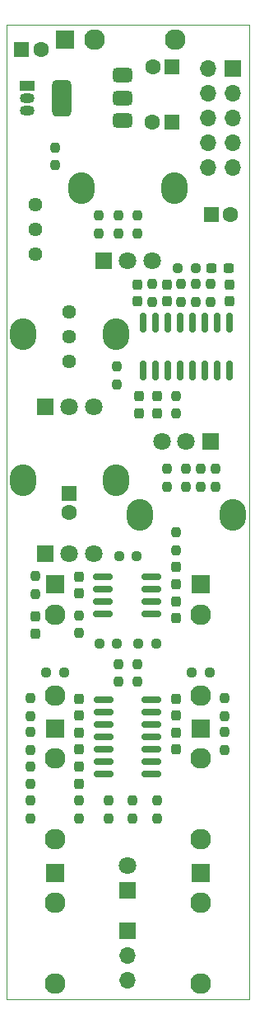
<source format=gbr>
%TF.GenerationSoftware,KiCad,Pcbnew,8.0.0*%
%TF.CreationDate,2024-08-08T14:00:08-07:00*%
%TF.ProjectId,vco,76636f2e-6b69-4636-9164-5f7063625858,rev?*%
%TF.SameCoordinates,Original*%
%TF.FileFunction,Soldermask,Bot*%
%TF.FilePolarity,Negative*%
%FSLAX46Y46*%
G04 Gerber Fmt 4.6, Leading zero omitted, Abs format (unit mm)*
G04 Created by KiCad (PCBNEW 8.0.0) date 2024-08-08 14:00:08*
%MOMM*%
%LPD*%
G01*
G04 APERTURE LIST*
G04 Aperture macros list*
%AMRoundRect*
0 Rectangle with rounded corners*
0 $1 Rounding radius*
0 $2 $3 $4 $5 $6 $7 $8 $9 X,Y pos of 4 corners*
0 Add a 4 corners polygon primitive as box body*
4,1,4,$2,$3,$4,$5,$6,$7,$8,$9,$2,$3,0*
0 Add four circle primitives for the rounded corners*
1,1,$1+$1,$2,$3*
1,1,$1+$1,$4,$5*
1,1,$1+$1,$6,$7*
1,1,$1+$1,$8,$9*
0 Add four rect primitives between the rounded corners*
20,1,$1+$1,$2,$3,$4,$5,0*
20,1,$1+$1,$4,$5,$6,$7,0*
20,1,$1+$1,$6,$7,$8,$9,0*
20,1,$1+$1,$8,$9,$2,$3,0*%
G04 Aperture macros list end*
%ADD10RoundRect,0.237500X-0.237500X0.300000X-0.237500X-0.300000X0.237500X-0.300000X0.237500X0.300000X0*%
%ADD11R,1.600000X1.600000*%
%ADD12C,1.600000*%
%ADD13RoundRect,0.237500X0.237500X-0.300000X0.237500X0.300000X-0.237500X0.300000X-0.237500X-0.300000X0*%
%ADD14RoundRect,0.237500X-0.300000X-0.237500X0.300000X-0.237500X0.300000X0.237500X-0.300000X0.237500X0*%
%ADD15RoundRect,0.150000X-0.825000X-0.150000X0.825000X-0.150000X0.825000X0.150000X-0.825000X0.150000X0*%
%ADD16O,2.720000X3.240000*%
%ADD17R,1.800000X1.800000*%
%ADD18C,1.800000*%
%ADD19C,1.440000*%
%ADD20R,1.500000X1.050000*%
%ADD21O,1.500000X1.050000*%
%ADD22RoundRect,0.375000X0.625000X0.375000X-0.625000X0.375000X-0.625000X-0.375000X0.625000X-0.375000X0*%
%ADD23RoundRect,0.500000X0.500000X1.400000X-0.500000X1.400000X-0.500000X-1.400000X0.500000X-1.400000X0*%
%ADD24RoundRect,0.150000X0.825000X0.150000X-0.825000X0.150000X-0.825000X-0.150000X0.825000X-0.150000X0*%
%ADD25RoundRect,0.150000X0.150000X-0.825000X0.150000X0.825000X-0.150000X0.825000X-0.150000X-0.825000X0*%
%ADD26RoundRect,0.237500X-0.237500X0.250000X-0.237500X-0.250000X0.237500X-0.250000X0.237500X0.250000X0*%
%ADD27RoundRect,0.237500X0.237500X-0.250000X0.237500X0.250000X-0.237500X0.250000X-0.237500X-0.250000X0*%
%ADD28RoundRect,0.237500X-0.250000X-0.237500X0.250000X-0.237500X0.250000X0.237500X-0.250000X0.237500X0*%
%ADD29RoundRect,0.237500X0.250000X0.237500X-0.250000X0.237500X-0.250000X-0.237500X0.250000X-0.237500X0*%
%ADD30R,1.930000X1.830000*%
%ADD31C,2.130000*%
%ADD32R,1.700000X1.700000*%
%ADD33O,1.700000X1.700000*%
%ADD34R,1.830000X1.930000*%
%TA.AperFunction,Profile*%
%ADD35C,0.050000*%
%TD*%
G04 APERTURE END LIST*
D10*
%TO.C,C5*%
X63637500Y-88137500D03*
X63637500Y-89862500D03*
%TD*%
D11*
%TO.C,C1*%
X56500000Y-98044888D03*
D12*
X56500000Y-100044888D03*
%TD*%
D13*
%TO.C,C11*%
X53000000Y-112462500D03*
X53000000Y-110737500D03*
%TD*%
D10*
%TO.C,C10*%
X67500000Y-122637500D03*
X67500000Y-124362500D03*
%TD*%
D13*
%TO.C,C9*%
X67500000Y-107362500D03*
X67500000Y-105637500D03*
%TD*%
%TO.C,C8*%
X67500000Y-120862500D03*
X67500000Y-119137500D03*
%TD*%
%TO.C,C7*%
X57500000Y-120862500D03*
X57500000Y-119137500D03*
%TD*%
D10*
%TO.C,C6*%
X57500000Y-126137500D03*
X57500000Y-127862500D03*
%TD*%
%TO.C,C4*%
X66500000Y-76637500D03*
X66500000Y-78362500D03*
%TD*%
%TO.C,C3*%
X63500000Y-76637500D03*
X63500000Y-78362500D03*
%TD*%
D14*
%TO.C,C2*%
X71137500Y-75000000D03*
X72862500Y-75000000D03*
%TD*%
D15*
%TO.C,U2*%
X60000000Y-126850000D03*
X60000000Y-125580000D03*
X60000000Y-124310000D03*
X60000000Y-123040000D03*
X60000000Y-121770000D03*
X60000000Y-120500000D03*
X60000000Y-119230000D03*
X64950000Y-119230000D03*
X64950000Y-120500000D03*
X64950000Y-121770000D03*
X64950000Y-123040000D03*
X64950000Y-124310000D03*
X64950000Y-125580000D03*
X64950000Y-126850000D03*
%TD*%
D16*
%TO.C,RV7*%
X51700000Y-96725000D03*
X61300000Y-96725000D03*
D17*
X54000000Y-104225000D03*
D18*
X56500000Y-104225000D03*
X59000000Y-104225000D03*
%TD*%
D19*
%TO.C,RV6*%
X53000000Y-68470000D03*
X53000000Y-71010000D03*
X53000000Y-73550000D03*
%TD*%
D16*
%TO.C,RV5*%
X57700000Y-66725000D03*
X67300000Y-66725000D03*
D17*
X60000000Y-74225000D03*
D18*
X62500000Y-74225000D03*
X65000000Y-74225000D03*
%TD*%
D16*
%TO.C,RV4*%
X51700000Y-81725000D03*
X61300000Y-81725000D03*
D17*
X54000000Y-89225000D03*
D18*
X56500000Y-89225000D03*
X59000000Y-89225000D03*
%TD*%
D19*
%TO.C,RV3*%
X56500000Y-79460000D03*
X56500000Y-82000000D03*
X56500000Y-84540000D03*
%TD*%
D16*
%TO.C,RV2*%
X73300000Y-100275000D03*
X63700000Y-100275000D03*
D17*
X71000000Y-92775000D03*
D18*
X68500000Y-92775000D03*
X66000000Y-92775000D03*
%TD*%
D20*
%TO.C,U5*%
X52140000Y-56230000D03*
D21*
X52140000Y-57500000D03*
X52140000Y-58770000D03*
%TD*%
D22*
%TO.C,U4*%
X62000000Y-55200000D03*
X62000000Y-57500000D03*
D23*
X55700000Y-57500000D03*
D22*
X62000000Y-59800000D03*
%TD*%
D24*
%TO.C,U3*%
X64910000Y-106660000D03*
X64910000Y-107930000D03*
X64910000Y-109200000D03*
X64910000Y-110470000D03*
X59960000Y-110470000D03*
X59960000Y-109200000D03*
X59960000Y-107930000D03*
X59960000Y-106660000D03*
%TD*%
D25*
%TO.C,U1*%
X72945000Y-85475000D03*
X71675000Y-85475000D03*
X70405000Y-85475000D03*
X69135000Y-85475000D03*
X67865000Y-85475000D03*
X66595000Y-85475000D03*
X65325000Y-85475000D03*
X64055000Y-85475000D03*
X64055000Y-80525000D03*
X65325000Y-80525000D03*
X66595000Y-80525000D03*
X67865000Y-80525000D03*
X69135000Y-80525000D03*
X70405000Y-80525000D03*
X71675000Y-80525000D03*
X72945000Y-80525000D03*
%TD*%
D26*
%TO.C,R35*%
X55000000Y-62587500D03*
X55000000Y-64412500D03*
%TD*%
D27*
%TO.C,R34*%
X53000000Y-108412500D03*
X53000000Y-106587500D03*
%TD*%
%TO.C,R33*%
X57500000Y-112412500D03*
X57500000Y-110587500D03*
%TD*%
D26*
%TO.C,R32*%
X68500000Y-95587500D03*
X68500000Y-97412500D03*
%TD*%
%TO.C,R31*%
X67500000Y-88087500D03*
X67500000Y-89912500D03*
%TD*%
D27*
%TO.C,R30*%
X67500000Y-103912500D03*
X67500000Y-102087500D03*
%TD*%
D28*
%TO.C,R29*%
X63587500Y-113500000D03*
X65412500Y-113500000D03*
%TD*%
D29*
%TO.C,R28*%
X63412500Y-104500000D03*
X61587500Y-104500000D03*
%TD*%
%TO.C,R27*%
X61412500Y-113500000D03*
X59587500Y-113500000D03*
%TD*%
D27*
%TO.C,R26*%
X63000000Y-131412500D03*
X63000000Y-129587500D03*
%TD*%
%TO.C,R25*%
X65500000Y-131412500D03*
X65500000Y-129587500D03*
%TD*%
D26*
%TO.C,R24*%
X72500000Y-119087500D03*
X72500000Y-120912500D03*
%TD*%
D29*
%TO.C,R23*%
X70912500Y-116500000D03*
X69087500Y-116500000D03*
%TD*%
D26*
%TO.C,R22*%
X63500000Y-115587500D03*
X63500000Y-117412500D03*
%TD*%
%TO.C,R21*%
X72500000Y-122587500D03*
X72500000Y-124412500D03*
%TD*%
D27*
%TO.C,R20*%
X70000000Y-97412500D03*
X70000000Y-95587500D03*
%TD*%
D26*
%TO.C,R19*%
X52500000Y-119087500D03*
X52500000Y-120912500D03*
%TD*%
D28*
%TO.C,R18*%
X54087500Y-116500000D03*
X55912500Y-116500000D03*
%TD*%
D26*
%TO.C,R17*%
X61500000Y-115587500D03*
X61500000Y-117412500D03*
%TD*%
%TO.C,R16*%
X52500000Y-122587500D03*
X52500000Y-124412500D03*
%TD*%
D27*
%TO.C,R15*%
X71500000Y-97412500D03*
X71500000Y-95587500D03*
%TD*%
%TO.C,R14*%
X57500000Y-131412500D03*
X57500000Y-129587500D03*
%TD*%
%TO.C,R13*%
X52500000Y-127912500D03*
X52500000Y-126087500D03*
%TD*%
%TO.C,R12*%
X60500000Y-131412500D03*
X60500000Y-129587500D03*
%TD*%
%TO.C,R11*%
X52500000Y-131412500D03*
X52500000Y-129587500D03*
%TD*%
%TO.C,R10*%
X66500000Y-97412500D03*
X66500000Y-95587500D03*
%TD*%
D26*
%TO.C,R9*%
X65000000Y-76587500D03*
X65000000Y-78412500D03*
%TD*%
%TO.C,R8*%
X71000000Y-76587500D03*
X71000000Y-78412500D03*
%TD*%
D27*
%TO.C,R7*%
X69500000Y-78412500D03*
X69500000Y-76587500D03*
%TD*%
D28*
%TO.C,R6*%
X67675000Y-75000000D03*
X69500000Y-75000000D03*
%TD*%
D27*
%TO.C,R5*%
X59500000Y-71412500D03*
X59500000Y-69587500D03*
%TD*%
D26*
%TO.C,R4*%
X68000000Y-76587500D03*
X68000000Y-78412500D03*
%TD*%
D27*
%TO.C,R3*%
X63500000Y-71412500D03*
X63500000Y-69587500D03*
%TD*%
%TO.C,R2*%
X61500000Y-71412500D03*
X61500000Y-69587500D03*
%TD*%
D26*
%TO.C,R1*%
X61400000Y-85087500D03*
X61400000Y-86912500D03*
%TD*%
D30*
%TO.C,J9*%
X70000000Y-107400000D03*
D31*
X70000000Y-118800000D03*
X70000000Y-110500000D03*
%TD*%
D30*
%TO.C,J8*%
X70000000Y-122200000D03*
D31*
X70000000Y-133600000D03*
X70000000Y-125300000D03*
%TD*%
D30*
%TO.C,J7*%
X70000000Y-137000000D03*
D31*
X70000000Y-148400000D03*
X70000000Y-140100000D03*
%TD*%
D32*
%TO.C,J6*%
X62500000Y-142975000D03*
D33*
X62500000Y-145515000D03*
X62500000Y-148055000D03*
%TD*%
D32*
%TO.C,J5*%
X73275000Y-54460000D03*
D33*
X70735000Y-54460000D03*
X73275000Y-57000000D03*
X70735000Y-57000000D03*
X73275000Y-59540000D03*
X70735000Y-59540000D03*
X73275000Y-62080000D03*
X70735000Y-62080000D03*
X73275000Y-64620000D03*
X70735000Y-64620000D03*
%TD*%
D30*
%TO.C,J4*%
X55000000Y-122200000D03*
D31*
X55000000Y-133600000D03*
X55000000Y-125300000D03*
%TD*%
D30*
%TO.C,J3*%
X55000000Y-107400000D03*
D31*
X55000000Y-118800000D03*
X55000000Y-110500000D03*
%TD*%
%TO.C,J2*%
X55000000Y-140100000D03*
X55000000Y-148400000D03*
D30*
X55000000Y-137000000D03*
%TD*%
D34*
%TO.C,J1*%
X56000000Y-51500000D03*
D31*
X67400000Y-51500000D03*
X59100000Y-51500000D03*
%TD*%
D17*
%TO.C,D1*%
X62500000Y-138775000D03*
D18*
X62500000Y-136235000D03*
%TD*%
D10*
%TO.C,C20*%
X73000000Y-76637500D03*
X73000000Y-78362500D03*
%TD*%
D13*
%TO.C,C19*%
X65500000Y-89862500D03*
X65500000Y-88137500D03*
%TD*%
D11*
%TO.C,C18*%
X51589775Y-52500000D03*
D12*
X53589775Y-52500000D03*
%TD*%
D11*
%TO.C,C17*%
X67010225Y-59999999D03*
D12*
X65010225Y-59999999D03*
%TD*%
D13*
%TO.C,C16*%
X57500000Y-108362500D03*
X57500000Y-106637500D03*
%TD*%
%TO.C,C15*%
X57500000Y-124362500D03*
X57500000Y-122637500D03*
%TD*%
%TO.C,C14*%
X67500000Y-110862500D03*
X67500000Y-109137500D03*
%TD*%
D11*
%TO.C,C13*%
X71089775Y-69499999D03*
D12*
X73089775Y-69499999D03*
%TD*%
%TO.C,C12*%
X65055113Y-54344887D03*
D11*
X67055113Y-54344887D03*
%TD*%
D35*
X50000000Y-50000000D02*
X75000000Y-50000000D01*
X75000000Y-150000000D01*
X50000000Y-150000000D01*
X50000000Y-50000000D01*
M02*

</source>
